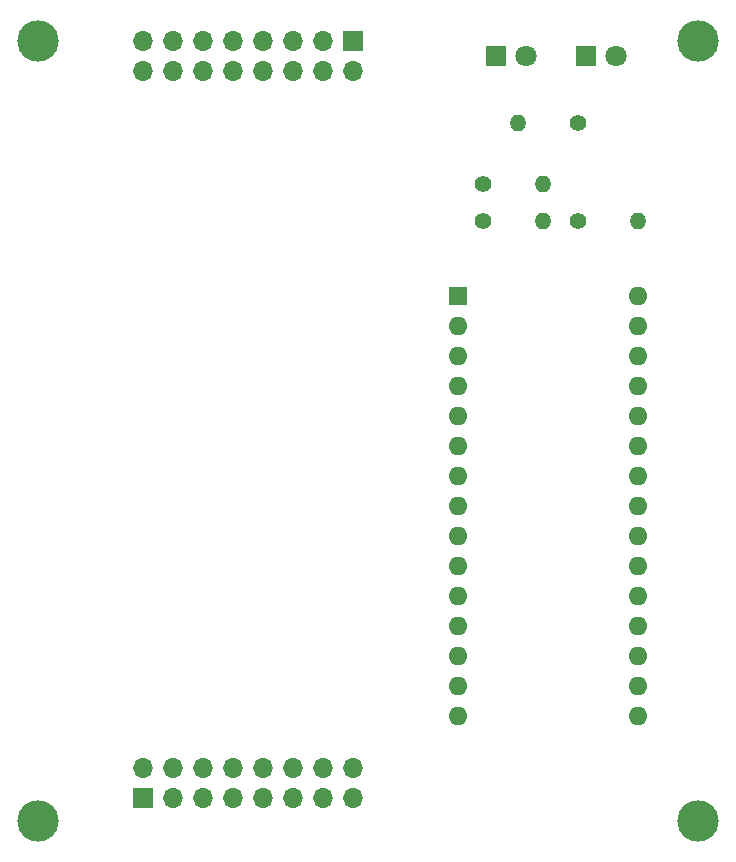
<source format=gbr>
%TF.GenerationSoftware,KiCad,Pcbnew,(6.0.4)*%
%TF.CreationDate,2022-03-26T17:54:34-04:00*%
%TF.ProjectId,Ribbon cable tester,52696262-6f6e-4206-9361-626c65207465,rev?*%
%TF.SameCoordinates,Original*%
%TF.FileFunction,Soldermask,Bot*%
%TF.FilePolarity,Negative*%
%FSLAX46Y46*%
G04 Gerber Fmt 4.6, Leading zero omitted, Abs format (unit mm)*
G04 Created by KiCad (PCBNEW (6.0.4)) date 2022-03-26 17:54:34*
%MOMM*%
%LPD*%
G01*
G04 APERTURE LIST*
%ADD10C,3.500000*%
%ADD11C,1.400000*%
%ADD12O,1.400000X1.400000*%
%ADD13R,1.700000X1.700000*%
%ADD14O,1.700000X1.700000*%
%ADD15R,1.800000X1.800000*%
%ADD16C,1.800000*%
%ADD17R,1.600000X1.600000*%
%ADD18O,1.600000X1.600000*%
G04 APERTURE END LIST*
D10*
%TO.C,REF\u002A\u002A*%
X160020000Y-66040000D03*
%TD*%
%TO.C,REF\u002A\u002A*%
X160020000Y-132080000D03*
%TD*%
%TO.C,REF\u002A\u002A*%
X104140000Y-132080000D03*
%TD*%
%TO.C,REF\u002A\u002A*%
X104140000Y-66040000D03*
%TD*%
D11*
%TO.C,SW1*%
X149860000Y-73025000D03*
D12*
X144780000Y-73025000D03*
%TD*%
D11*
%TO.C,R3*%
X141830000Y-81280000D03*
D12*
X146910000Y-81280000D03*
%TD*%
D11*
%TO.C,R2*%
X141830000Y-78130000D03*
D12*
X146910000Y-78130000D03*
%TD*%
D11*
%TO.C,R1*%
X149860000Y-81280000D03*
D12*
X154940000Y-81280000D03*
%TD*%
D13*
%TO.C,J2*%
X113030000Y-130180000D03*
D14*
X113030000Y-127640000D03*
X115570000Y-130180000D03*
X115570000Y-127640000D03*
X118110000Y-130180000D03*
X118110000Y-127640000D03*
X120650000Y-130180000D03*
X120650000Y-127640000D03*
X123190000Y-130180000D03*
X123190000Y-127640000D03*
X125730000Y-130180000D03*
X125730000Y-127640000D03*
X128270000Y-130180000D03*
X128270000Y-127640000D03*
X130810000Y-130180000D03*
X130810000Y-127640000D03*
%TD*%
D13*
%TO.C,J1*%
X130795000Y-66035000D03*
D14*
X130795000Y-68575000D03*
X128255000Y-66035000D03*
X128255000Y-68575000D03*
X125715000Y-66035000D03*
X125715000Y-68575000D03*
X123175000Y-66035000D03*
X123175000Y-68575000D03*
X120635000Y-66035000D03*
X120635000Y-68575000D03*
X118095000Y-66035000D03*
X118095000Y-68575000D03*
X115555000Y-66035000D03*
X115555000Y-68575000D03*
X113015000Y-66035000D03*
X113015000Y-68575000D03*
%TD*%
D15*
%TO.C,FAIL*%
X142870000Y-67310000D03*
D16*
X145410000Y-67310000D03*
%TD*%
D15*
%TO.C,PASS*%
X150490000Y-67310000D03*
D16*
X153030000Y-67310000D03*
%TD*%
D17*
%TO.C,A1*%
X139710000Y-87630000D03*
D18*
X139710000Y-90170000D03*
X139710000Y-92710000D03*
X139710000Y-95250000D03*
X139710000Y-97790000D03*
X139710000Y-100330000D03*
X139710000Y-102870000D03*
X139710000Y-105410000D03*
X139710000Y-107950000D03*
X139710000Y-110490000D03*
X139710000Y-113030000D03*
X139710000Y-115570000D03*
X139710000Y-118110000D03*
X139710000Y-120650000D03*
X139710000Y-123190000D03*
X154950000Y-123190000D03*
X154950000Y-120650000D03*
X154950000Y-118110000D03*
X154950000Y-115570000D03*
X154950000Y-113030000D03*
X154950000Y-110490000D03*
X154950000Y-107950000D03*
X154950000Y-105410000D03*
X154950000Y-102870000D03*
X154950000Y-100330000D03*
X154950000Y-97790000D03*
X154950000Y-95250000D03*
X154950000Y-92710000D03*
X154950000Y-90170000D03*
X154950000Y-87630000D03*
%TD*%
M02*

</source>
